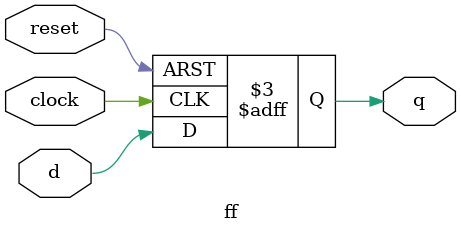
<source format=v>
`timescale 1ns/100ps
module ff(clock, reset, d, q);

	input clock, reset, d;
	output reg q;
	
	always@(posedge clock, posedge reset)
	
	begin
		if(reset == 1'b1)
			q=0;
		else
			q=d;
	end

endmodule
</source>
